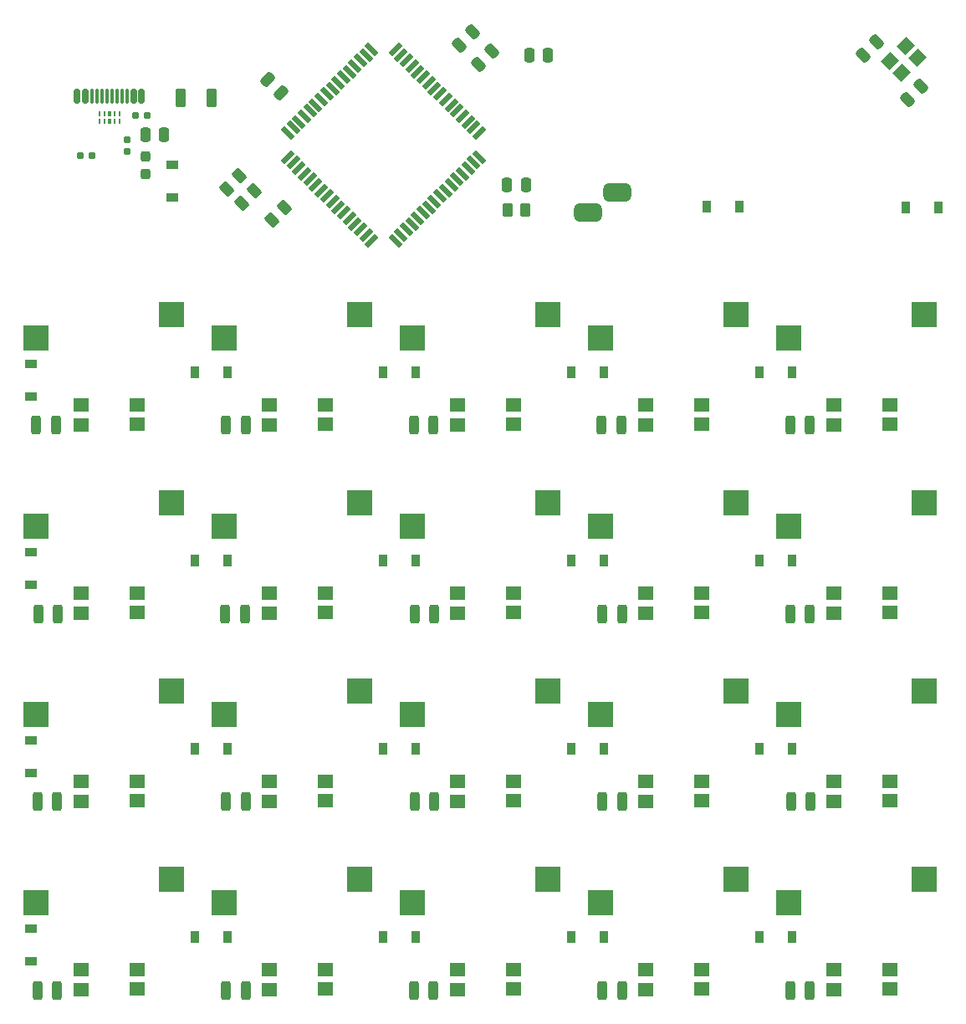
<source format=gbr>
%TF.GenerationSoftware,KiCad,Pcbnew,(6.0.4)*%
%TF.CreationDate,2022-05-20T19:43:05+02:00*%
%TF.ProjectId,MacroBoard-rounded,4d616372-6f42-46f6-9172-642d726f756e,rev?*%
%TF.SameCoordinates,Original*%
%TF.FileFunction,Paste,Bot*%
%TF.FilePolarity,Positive*%
%FSLAX46Y46*%
G04 Gerber Fmt 4.6, Leading zero omitted, Abs format (unit mm)*
G04 Created by KiCad (PCBNEW (6.0.4)) date 2022-05-20 19:43:05*
%MOMM*%
%LPD*%
G01*
G04 APERTURE LIST*
G04 Aperture macros list*
%AMRoundRect*
0 Rectangle with rounded corners*
0 $1 Rounding radius*
0 $2 $3 $4 $5 $6 $7 $8 $9 X,Y pos of 4 corners*
0 Add a 4 corners polygon primitive as box body*
4,1,4,$2,$3,$4,$5,$6,$7,$8,$9,$2,$3,0*
0 Add four circle primitives for the rounded corners*
1,1,$1+$1,$2,$3*
1,1,$1+$1,$4,$5*
1,1,$1+$1,$6,$7*
1,1,$1+$1,$8,$9*
0 Add four rect primitives between the rounded corners*
20,1,$1+$1,$2,$3,$4,$5,0*
20,1,$1+$1,$4,$5,$6,$7,0*
20,1,$1+$1,$6,$7,$8,$9,0*
20,1,$1+$1,$8,$9,$2,$3,0*%
%AMRotRect*
0 Rectangle, with rotation*
0 The origin of the aperture is its center*
0 $1 length*
0 $2 width*
0 $3 Rotation angle, in degrees counterclockwise*
0 Add horizontal line*
21,1,$1,$2,0,0,$3*%
G04 Aperture macros list end*
%ADD10R,1.600000X1.400000*%
%ADD11R,1.600000X1.420000*%
%ADD12R,1.600000X1.380000*%
%ADD13R,2.550000X2.500000*%
%ADD14RoundRect,0.250000X0.250000X0.700000X-0.250000X0.700000X-0.250000X-0.700000X0.250000X-0.700000X0*%
%ADD15R,0.900000X1.200000*%
%ADD16RoundRect,0.160000X0.197500X0.160000X-0.197500X0.160000X-0.197500X-0.160000X0.197500X-0.160000X0*%
%ADD17R,1.200000X0.900000*%
%ADD18RotRect,1.400000X1.200000X225.000000*%
%ADD19RoundRect,0.250000X0.512652X0.159099X0.159099X0.512652X-0.512652X-0.159099X-0.159099X-0.512652X0*%
%ADD20RoundRect,0.250000X-0.250000X-0.475000X0.250000X-0.475000X0.250000X0.475000X-0.250000X0.475000X0*%
%ADD21RoundRect,0.160000X-0.197500X-0.160000X0.197500X-0.160000X0.197500X0.160000X-0.197500X0.160000X0*%
%ADD22RoundRect,0.450000X0.950000X0.450000X-0.950000X0.450000X-0.950000X-0.450000X0.950000X-0.450000X0*%
%ADD23RoundRect,0.250000X0.275000X0.700000X-0.275000X0.700000X-0.275000X-0.700000X0.275000X-0.700000X0*%
%ADD24RoundRect,0.150000X-0.150000X-0.575000X0.150000X-0.575000X0.150000X0.575000X-0.150000X0.575000X0*%
%ADD25RoundRect,0.075000X-0.075000X-0.650000X0.075000X-0.650000X0.075000X0.650000X-0.075000X0.650000X0*%
%ADD26RoundRect,0.160000X-0.160000X0.197500X-0.160000X-0.197500X0.160000X-0.197500X0.160000X0.197500X0*%
%ADD27RoundRect,0.125000X0.000000X0.150000X0.000000X0.150000X0.000000X-0.150000X0.000000X-0.150000X0*%
%ADD28R,0.250000X0.550000*%
%ADD29R,0.300000X0.550000*%
%ADD30RoundRect,0.250000X0.159099X-0.512652X0.512652X-0.159099X-0.159099X0.512652X-0.512652X0.159099X0*%
%ADD31RoundRect,0.250000X0.132583X-0.503814X0.503814X-0.132583X-0.132583X0.503814X-0.503814X0.132583X0*%
%ADD32RoundRect,0.237500X-0.237500X0.287500X-0.237500X-0.287500X0.237500X-0.287500X0.237500X0.287500X0*%
%ADD33RoundRect,0.250000X-0.159099X0.512652X-0.512652X0.159099X0.159099X-0.512652X0.512652X-0.159099X0*%
%ADD34RoundRect,0.250000X-0.132583X0.503814X-0.503814X0.132583X0.132583X-0.503814X0.503814X-0.132583X0*%
%ADD35RotRect,1.500000X0.550000X225.000000*%
%ADD36RotRect,1.500000X0.550000X135.000000*%
%ADD37RoundRect,0.250000X-0.262500X-0.450000X0.262500X-0.450000X0.262500X0.450000X-0.262500X0.450000X0*%
G04 APERTURE END LIST*
D10*
%TO.C,D21*%
X83762500Y-71147500D03*
D11*
X83762500Y-69157500D03*
D10*
X78162500Y-69157500D03*
D12*
X78162500Y-71157500D03*
%TD*%
D13*
%TO.C,MX10*%
X125352500Y-79057500D03*
X111622500Y-81477500D03*
%TD*%
D10*
%TO.C,D37*%
X159962500Y-71147500D03*
D11*
X159962494Y-69157494D03*
D10*
X154362500Y-69157500D03*
D12*
X154362500Y-71157500D03*
%TD*%
D13*
%TO.C,MX18*%
X163452500Y-79057500D03*
X149722500Y-81477500D03*
%TD*%
%TO.C,MX5*%
X106302500Y-60007500D03*
X92572500Y-62427500D03*
%TD*%
D10*
%TO.C,D32*%
X121862500Y-128297500D03*
D11*
X121862500Y-126307500D03*
D10*
X116262500Y-126307500D03*
D12*
X116262500Y-128307500D03*
%TD*%
D10*
%TO.C,D34*%
X140912500Y-90197500D03*
D11*
X140912500Y-88207500D03*
D10*
X135312500Y-88207500D03*
D12*
X135312500Y-90207500D03*
%TD*%
D10*
%TO.C,D23*%
X83762500Y-109247500D03*
D11*
X83762500Y-107257500D03*
D10*
X78162500Y-107257500D03*
D12*
X78162500Y-109257500D03*
%TD*%
D10*
%TO.C,D25*%
X102812500Y-71147500D03*
D11*
X102812500Y-69157500D03*
D10*
X97212500Y-69157500D03*
D12*
X97212500Y-71157500D03*
%TD*%
D13*
%TO.C,MX20*%
X163452500Y-117157500D03*
X149722500Y-119577500D03*
%TD*%
%TO.C,MX2*%
X87252500Y-79057500D03*
X73522500Y-81477500D03*
%TD*%
%TO.C,MX7*%
X106302500Y-98107500D03*
X92572500Y-100527500D03*
%TD*%
%TO.C,MX1*%
X87252500Y-60007500D03*
X73522500Y-62427500D03*
%TD*%
%TO.C,MX3*%
X87252500Y-98107500D03*
X73522500Y-100527500D03*
%TD*%
%TO.C,MX6*%
X106302500Y-79057500D03*
X92572500Y-81477500D03*
%TD*%
%TO.C,MX17*%
X163452500Y-60007500D03*
X149722500Y-62427500D03*
%TD*%
%TO.C,MX11*%
X125352500Y-98107500D03*
X111622500Y-100527500D03*
%TD*%
%TO.C,MX9*%
X125352500Y-60007500D03*
X111622500Y-62427500D03*
%TD*%
%TO.C,MX16*%
X144402500Y-117157500D03*
X130672500Y-119577500D03*
%TD*%
D10*
%TO.C,D26*%
X102812500Y-90197500D03*
D11*
X102812500Y-88207500D03*
D10*
X97212500Y-88207500D03*
D12*
X97212500Y-90207500D03*
%TD*%
D10*
%TO.C,D38*%
X159962500Y-90197500D03*
D11*
X159962500Y-88207500D03*
D10*
X154362500Y-88207500D03*
D12*
X154362500Y-90207500D03*
%TD*%
D10*
%TO.C,D24*%
X83762500Y-128297500D03*
D11*
X83762500Y-126307500D03*
D10*
X78162500Y-126307500D03*
D12*
X78162500Y-128307500D03*
%TD*%
D10*
%TO.C,D22*%
X83762500Y-90197500D03*
D11*
X83762500Y-88207500D03*
D10*
X78162500Y-88207500D03*
D12*
X78162500Y-90207500D03*
%TD*%
D10*
%TO.C,D36*%
X140912500Y-128297500D03*
D11*
X140912500Y-126307500D03*
D10*
X135312500Y-126307500D03*
D12*
X135312500Y-128307500D03*
%TD*%
D13*
%TO.C,MX19*%
X163452500Y-98107500D03*
X149722500Y-100527500D03*
%TD*%
%TO.C,MX12*%
X125352500Y-117157500D03*
X111622500Y-119577500D03*
%TD*%
D10*
%TO.C,D33*%
X140912500Y-71147500D03*
D11*
X140912500Y-69157500D03*
D10*
X135312500Y-69157500D03*
D12*
X135312500Y-71157500D03*
%TD*%
D13*
%TO.C,MX8*%
X106302500Y-117157500D03*
X92572500Y-119577500D03*
%TD*%
D10*
%TO.C,D39*%
X159962500Y-109247500D03*
D11*
X159962500Y-107257500D03*
D10*
X154362500Y-107257500D03*
D12*
X154362500Y-109257500D03*
%TD*%
D10*
%TO.C,D30*%
X121862500Y-90197500D03*
D11*
X121862500Y-88207500D03*
D10*
X116262500Y-88207500D03*
D12*
X116262500Y-90207500D03*
%TD*%
D13*
%TO.C,MX4*%
X87252500Y-117157500D03*
X73522500Y-119577500D03*
%TD*%
D10*
%TO.C,D27*%
X102812500Y-109247500D03*
D11*
X102812500Y-107257500D03*
D10*
X97212500Y-107257500D03*
D12*
X97212500Y-109257500D03*
%TD*%
D10*
%TO.C,D40*%
X159962500Y-128297500D03*
D11*
X159962500Y-126307500D03*
D10*
X154362500Y-126307500D03*
D12*
X154362500Y-128307500D03*
%TD*%
D13*
%TO.C,MX14*%
X144402500Y-79057500D03*
X130672500Y-81477500D03*
%TD*%
D10*
%TO.C,D29*%
X121862500Y-71147500D03*
D11*
X121862500Y-69157500D03*
D10*
X116262500Y-69157500D03*
D12*
X116262500Y-71157500D03*
%TD*%
D13*
%TO.C,MX13*%
X144402500Y-60007500D03*
X130672500Y-62427500D03*
%TD*%
%TO.C,MX15*%
X144402500Y-98107500D03*
X130672500Y-100527500D03*
%TD*%
D10*
%TO.C,D35*%
X140912500Y-109247500D03*
D11*
X140912500Y-107257500D03*
D10*
X135312500Y-107257500D03*
D12*
X135312500Y-109257500D03*
%TD*%
D10*
%TO.C,D28*%
X102812500Y-128297500D03*
D11*
X102812500Y-126307500D03*
D10*
X97212500Y-126307500D03*
D12*
X97212500Y-128307500D03*
%TD*%
D10*
%TO.C,D31*%
X121862500Y-109247500D03*
D11*
X121862500Y-107257500D03*
D10*
X116262500Y-107257500D03*
D12*
X116262500Y-109257500D03*
%TD*%
D14*
%TO.C,C10*%
X75800000Y-90300000D03*
X73800000Y-90300000D03*
%TD*%
D15*
%TO.C,D42*%
X141450000Y-49100000D03*
X144750000Y-49100000D03*
%TD*%
D16*
%TO.C,R1*%
X79247500Y-43950000D03*
X78052500Y-43950000D03*
%TD*%
D14*
%TO.C,C14*%
X94700000Y-90300000D03*
X92700000Y-90300000D03*
%TD*%
%TO.C,C21*%
X132800000Y-71200000D03*
X130800000Y-71200000D03*
%TD*%
D15*
%TO.C,D43*%
X161650000Y-49200000D03*
X164950000Y-49200000D03*
%TD*%
D14*
%TO.C,C13*%
X94800000Y-71200000D03*
X92800000Y-71200000D03*
%TD*%
D17*
%TO.C,D1*%
X73025000Y-68325000D03*
X73025000Y-65025000D03*
%TD*%
D15*
%TO.C,D8*%
X89631250Y-123031250D03*
X92931250Y-123031250D03*
%TD*%
%TO.C,D17*%
X146781250Y-65881250D03*
X150081250Y-65881250D03*
%TD*%
D14*
%TO.C,C16*%
X94800000Y-128400000D03*
X92800000Y-128400000D03*
%TD*%
%TO.C,C28*%
X151900000Y-128400000D03*
X149900000Y-128400000D03*
%TD*%
D15*
%TO.C,D16*%
X127731250Y-123031250D03*
X131031250Y-123031250D03*
%TD*%
D18*
%TO.C,Y1*%
X162772759Y-34027241D03*
X161217124Y-35582876D03*
X160015043Y-34380795D03*
X161570678Y-32825160D03*
%TD*%
D15*
%TO.C,D7*%
X89631250Y-103981250D03*
X92931250Y-103981250D03*
%TD*%
D19*
%TO.C,C7*%
X98371751Y-37571751D03*
X97028249Y-36228249D03*
%TD*%
D17*
%TO.C,D3*%
X73025000Y-106425000D03*
X73025000Y-103125000D03*
%TD*%
D15*
%TO.C,D12*%
X108681250Y-123031250D03*
X111981250Y-123031250D03*
%TD*%
D20*
%TO.C,C2*%
X121250000Y-46900000D03*
X123150000Y-46900000D03*
%TD*%
D14*
%TO.C,C9*%
X75600000Y-71200000D03*
X73600000Y-71200000D03*
%TD*%
D17*
%TO.C,D41*%
X87400000Y-44850000D03*
X87400000Y-48150000D03*
%TD*%
D15*
%TO.C,D5*%
X89631250Y-65881250D03*
X92931250Y-65881250D03*
%TD*%
D14*
%TO.C,C15*%
X94800000Y-109300000D03*
X92800000Y-109300000D03*
%TD*%
%TO.C,C23*%
X132900000Y-109300000D03*
X130900000Y-109300000D03*
%TD*%
D21*
%TO.C,R7*%
X83602500Y-39900000D03*
X84797500Y-39900000D03*
%TD*%
D14*
%TO.C,C18*%
X113900000Y-90300000D03*
X111900000Y-90300000D03*
%TD*%
%TO.C,C27*%
X152000000Y-109300000D03*
X150000000Y-109300000D03*
%TD*%
%TO.C,C20*%
X113800000Y-128400000D03*
X111800000Y-128400000D03*
%TD*%
D20*
%TO.C,C1*%
X84647500Y-41800000D03*
X86547500Y-41800000D03*
%TD*%
D15*
%TO.C,D18*%
X146781250Y-84931250D03*
X150081250Y-84931250D03*
%TD*%
D17*
%TO.C,D2*%
X73025000Y-87375000D03*
X73025000Y-84075000D03*
%TD*%
D15*
%TO.C,D10*%
X108681250Y-84931250D03*
X111981250Y-84931250D03*
%TD*%
%TO.C,D11*%
X108681250Y-103981250D03*
X111981250Y-103981250D03*
%TD*%
D22*
%TO.C,SW1*%
X132400000Y-47700000D03*
X129400000Y-49700000D03*
%TD*%
D23*
%TO.C,L1*%
X91375000Y-38050000D03*
X88225000Y-38050000D03*
%TD*%
D24*
%TO.C,J1*%
X77747500Y-37925000D03*
X78547500Y-37925000D03*
D25*
X79747500Y-37925000D03*
X80743500Y-37925000D03*
X81247500Y-37925000D03*
X82247500Y-37925000D03*
D24*
X84247500Y-37925000D03*
X83447500Y-37925000D03*
D25*
X82747500Y-37925000D03*
X81747500Y-37925000D03*
X80247500Y-37925000D03*
X79247500Y-37925000D03*
%TD*%
D26*
%TO.C,R2*%
X82750000Y-42352500D03*
X82750000Y-43547500D03*
%TD*%
D14*
%TO.C,C19*%
X113900000Y-109300000D03*
X111900000Y-109300000D03*
%TD*%
%TO.C,C24*%
X132900000Y-128400000D03*
X130900000Y-128400000D03*
%TD*%
D27*
%TO.C,U2*%
X81997500Y-40435000D03*
D28*
X81497500Y-40435000D03*
D29*
X80997500Y-40435000D03*
D28*
X80497500Y-40435000D03*
X79997500Y-40435000D03*
X79997500Y-39665000D03*
X80497500Y-39665000D03*
D29*
X80997500Y-39665000D03*
D28*
X81497500Y-39665000D03*
X81997500Y-39665000D03*
%TD*%
D20*
%TO.C,C8*%
X123500000Y-33750000D03*
X125400000Y-33750000D03*
%TD*%
D15*
%TO.C,D14*%
X127731250Y-84931250D03*
X131031250Y-84931250D03*
%TD*%
D30*
%TO.C,C6*%
X157322150Y-33775769D03*
X158665652Y-32432267D03*
%TD*%
D31*
%TO.C,R4*%
X94354765Y-48795235D03*
X95645235Y-47504765D03*
%TD*%
D14*
%TO.C,C17*%
X113800000Y-71200000D03*
X111800000Y-71200000D03*
%TD*%
D31*
%TO.C,R3*%
X92854765Y-47295235D03*
X94145235Y-46004765D03*
%TD*%
D32*
%TO.C,F1*%
X84647500Y-44025000D03*
X84647500Y-45775000D03*
%TD*%
D15*
%TO.C,D6*%
X89631250Y-84931250D03*
X92931250Y-84931250D03*
%TD*%
D17*
%TO.C,D4*%
X73025000Y-125475000D03*
X73025000Y-122175000D03*
%TD*%
D14*
%TO.C,C25*%
X151900000Y-71200000D03*
X149900000Y-71200000D03*
%TD*%
D33*
%TO.C,C5*%
X163165652Y-36932267D03*
X161822150Y-38275769D03*
%TD*%
D34*
%TO.C,R5*%
X98745235Y-49154765D03*
X97454765Y-50445235D03*
%TD*%
D35*
%TO.C,U1*%
X109938982Y-33172437D03*
X110504667Y-33738123D03*
X111070352Y-34303808D03*
X111636038Y-34869493D03*
X112201723Y-35435179D03*
X112767409Y-36000864D03*
X113333094Y-36566550D03*
X113898780Y-37132235D03*
X114464465Y-37697920D03*
X115030150Y-38263606D03*
X115595836Y-38829291D03*
X116161521Y-39394977D03*
X116727207Y-39960662D03*
X117292892Y-40526348D03*
X117858577Y-41092033D03*
X118424263Y-41657718D03*
D36*
X118424263Y-44061882D03*
X117858577Y-44627567D03*
X117292892Y-45193252D03*
X116727207Y-45758938D03*
X116161521Y-46324623D03*
X115595836Y-46890309D03*
X115030150Y-47455994D03*
X114464465Y-48021680D03*
X113898780Y-48587365D03*
X113333094Y-49153050D03*
X112767409Y-49718736D03*
X112201723Y-50284421D03*
X111636038Y-50850107D03*
X111070352Y-51415792D03*
X110504667Y-51981477D03*
X109938982Y-52547163D03*
D35*
X107534818Y-52547163D03*
X106969133Y-51981477D03*
X106403448Y-51415792D03*
X105837762Y-50850107D03*
X105272077Y-50284421D03*
X104706391Y-49718736D03*
X104140706Y-49153050D03*
X103575020Y-48587365D03*
X103009335Y-48021680D03*
X102443650Y-47455994D03*
X101877964Y-46890309D03*
X101312279Y-46324623D03*
X100746593Y-45758938D03*
X100180908Y-45193252D03*
X99615223Y-44627567D03*
X99049537Y-44061882D03*
D36*
X99049537Y-41657718D03*
X99615223Y-41092033D03*
X100180908Y-40526348D03*
X100746593Y-39960662D03*
X101312279Y-39394977D03*
X101877964Y-38829291D03*
X102443650Y-38263606D03*
X103009335Y-37697920D03*
X103575020Y-37132235D03*
X104140706Y-36566550D03*
X104706391Y-36000864D03*
X105272077Y-35435179D03*
X105837762Y-34869493D03*
X106403448Y-34303808D03*
X106969133Y-33738123D03*
X107534818Y-33172437D03*
%TD*%
D15*
%TO.C,D13*%
X127731250Y-65881250D03*
X131031250Y-65881250D03*
%TD*%
%TO.C,D9*%
X108681250Y-65881250D03*
X111981250Y-65881250D03*
%TD*%
%TO.C,D19*%
X146781250Y-103981250D03*
X150081250Y-103981250D03*
%TD*%
D14*
%TO.C,C12*%
X75700000Y-128400000D03*
X73700000Y-128400000D03*
%TD*%
D30*
%TO.C,C4*%
X118328249Y-34671751D03*
X119671751Y-33328249D03*
%TD*%
D14*
%TO.C,C26*%
X151900000Y-90300000D03*
X149900000Y-90300000D03*
%TD*%
D15*
%TO.C,D20*%
X146781250Y-123031250D03*
X150081250Y-123031250D03*
%TD*%
D14*
%TO.C,C22*%
X132900000Y-90300000D03*
X130900000Y-90300000D03*
%TD*%
D15*
%TO.C,D15*%
X127731250Y-103981250D03*
X131031250Y-103981250D03*
%TD*%
D37*
%TO.C,R6*%
X121273200Y-49415700D03*
X123098200Y-49415700D03*
%TD*%
D30*
%TO.C,C3*%
X116428249Y-32771751D03*
X117771751Y-31428249D03*
%TD*%
D14*
%TO.C,C11*%
X75700000Y-109300000D03*
X73700000Y-109300000D03*
%TD*%
M02*

</source>
